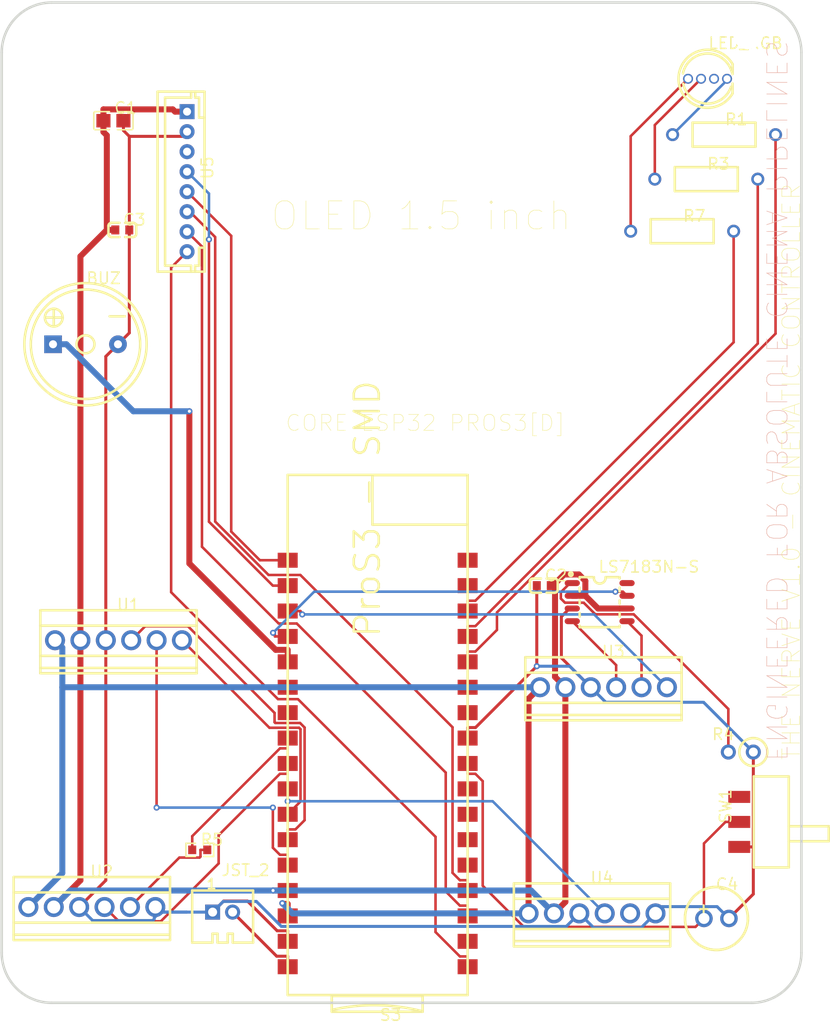
<source format=kicad_pcb>
(kicad_pcb (version 20171130) (host pcbnew "(5.1.5)-3") (page "A4") (layers (0 "F.Cu" signal) (31 "B.Cu" signal) (32 "B.Adhes" user) (33 "F.Adhes" user) (34 "B.Paste" user) (35 "F.Paste" user) (36 "B.SilkS" user) (37 "F.SilkS" user) (38 "B.Mask" user) (39 "F.Mask" user) (40 "Dwgs.User" user) (41 "Cmts.User" user) (42 "Eco1.User" user) (43 "Eco2.User" user) (44 "Edge.Cuts" user) (45 "Margin" user) (46 "B.CrtYd" user) (47 "F.CrtYd" user) (48 "B.Fab" user hide) (49 "F.Fab" user hide)) (net 0 "") (net 1 "3V3") (net 2 "BUZZER") (net 3 "DOWN") (net 4 "ENC_A") (net 5 "ENC_B") (net 6 "ENC_SW") (net 7 "GND") (net 8 "GND_L") (net 9 "IO21") (net 10 "IO4") (net 11 "IO5") (net 12 "JOY_SW") (net 13 "JOY_X") (net 14 "JOY_Y") (net 15 "LED_BLUE") (net 16 "LED_GREEN") (net 17 "LED_RED") (net 18 "LED_RGB_1") (net 19 "LED_RGB_2") (net 20 "LED_RGB_3") (net 21 "LED_RGB_4") (net 22 "LS7183N-S_1") (net 23 "OLED_CS") (net 24 "OLED_DC") (net 25 "OLED_MOSI") (net 26 "OLED_RES") (net 27 "OLED_SCK") (net 28 "RST") (net 29 "S3_10") (net 30 "S3_11") (net 31 "S3_12") (net 32 "S3_18") (net 33 "S3_19") (net 34 "S3_23") (net 35 "S3_24") (net 36 "S3_27") (net 37 "S3_30") (net 38 "S3_33") (net 39 "S3_5V") (net 40 "SCL") (net 41 "SDA") (net 42 "U2_4") (net 43 "UP") (net 44 "VBAT") (net 45 "ANT_KEEP") (zone (net 45) (net_name "") (hatch edge 0.508) (layer "B.Cu") (keepout (tracks allowed) (vias allowed) (copperpour not_allowed)) (polygon (pts (xy 27.813 109.855) (xy 56.515 109.855) (xy 58.293 111.633) (xy 58.293 117.983) (xy 56.261 120.015) (xy 29.591 120.015) (xy 27.813 118.237)))) (segment (start 10.287 156.083) (end 11.938 154.432) (width 0.6) (layer "B.Cu") (net 1)) (segment (start 11.938 154.432) (end 32.223 154.432) (width 0.6) (layer "B.Cu") (net 1)) (segment (start 32.223 154.432) (end 58.039 154.432) (width 0.6) (layer "B.Cu") (net 1)) (segment (start 58.039 154.432) (end 60.325 156.718) (width 0.6) (layer "B.Cu") (net 1)) (segment (start 77.642 73.279) (end 77.642 73.418) (width 0.254) (layer "B.Cu") (net 18)) (segment (start 77.642 73.418) (end 72.193 78.867) (width 0.254) (layer "B.Cu") (net 18)) (segment (start 20.574 146.142) (end 32.205 146.142) (width 0.254) (layer "B.Cu") (net 13)) (segment (start 23.622 82.566) (end 25.814 84.758) (width 0.254) (layer "B.Cu") (net 25)) (segment (start 25.814 84.758) (end 25.814 89.342) (width 0.254) (layer "B.Cu") (net 25)) (segment (start 77.831 157.226) (end 76.646 156.041) (width 0.3) (layer "B.Cu") (net 8)) (segment (start 76.646 156.041) (end 71.162 156.041) (width 0.3) (layer "B.Cu") (net 8)) (segment (start 71.162 156.041) (end 70.485 156.718) (width 0.3) (layer "B.Cu") (net 8)) (segment (start 23.567 156.591) (end 20.955 156.591) (width 0.3) (layer "B.Cu") (net 8)) (segment (start 20.955 156.591) (end 20.447 156.083) (width 0.3) (layer "B.Cu") (net 8)) (segment (start 23.567 156.591) (end 20.903 156.591) (width 0.3) (layer "B.Cu") (net 8)) (segment (start 20.903 156.591) (end 20.334 157.16) (width 0.3) (layer "B.Cu") (net 8)) (segment (start 20.334 157.16) (end 20.334 157.299) (width 0.3) (layer "B.Cu") (net 8)) (segment (start 20.334 157.299) (end 20.199 157.434) (width 0.3) (layer "B.Cu") (net 8)) (segment (start 20.199 157.434) (end 14.178 157.434) (width 0.3) (layer "B.Cu") (net 8)) (segment (start 14.178 157.434) (end 12.827 156.083) (width 0.3) (layer "B.Cu") (net 8)) (segment (start 80.271 140.589) (end 75.294 135.612) (width 0.3) (layer "B.Cu") (net 8)) (segment (start 75.294 135.612) (end 65.508 135.612) (width 0.3) (layer "B.Cu") (net 8)) (segment (start 65.508 135.612) (end 64.008 134.112) (width 0.3) (layer "B.Cu") (net 8)) (segment (start 58.609 132.009) (end 61.905 132.009) (width 0.3) (layer "B.Cu") (net 8)) (segment (start 61.905 132.009) (end 64.008 134.112) (width 0.3) (layer "B.Cu") (net 8)) (segment (start 70.485 156.718) (end 69.064 158.139) (width 0.3) (layer "B.Cu") (net 8)) (segment (start 69.064 158.139) (end 64.286 158.139) (width 0.3) (layer "B.Cu") (net 8)) (segment (start 64.286 158.139) (end 62.865 156.718) (width 0.3) (layer "B.Cu") (net 8)) (segment (start 26.178 156.591) (end 23.567 156.591) (width 0.3) (layer "B.Cu") (net 8)) (segment (start 26.178 156.591) (end 27.242 155.527) (width 0.3) (layer "B.Cu") (net 8)) (segment (start 27.242 155.527) (end 30.558 155.527) (width 0.3) (layer "B.Cu") (net 8)) (segment (start 30.558 155.527) (end 33.053 158.022) (width 0.3) (layer "B.Cu") (net 8)) (segment (start 33.053 158.022) (end 61.561 158.022) (width 0.3) (layer "B.Cu") (net 8)) (segment (start 61.561 158.022) (end 62.865 156.718) (width 0.3) (layer "B.Cu") (net 8)) (segment (start 57.785 156.718) (end 34.171 156.718) (width 0.6) (layer "B.Cu") (net 39)) (segment (start 34.171 156.718) (end 33.155 155.702) (width 0.6) (layer "B.Cu") (net 39)) (segment (start 58.928 134.112) (end 11.145 134.112) (width 0.6) (layer "B.Cu") (net 39)) (segment (start 10.414 129.413) (end 11.145 130.144) (width 0.6) (layer "B.Cu") (net 39)) (segment (start 11.145 130.144) (end 11.145 134.112) (width 0.6) (layer "B.Cu") (net 39)) (segment (start 11.145 134.112) (end 11.145 152.685) (width 0.6) (layer "B.Cu") (net 39)) (segment (start 11.145 152.685) (end 7.747 156.083) (width 0.6) (layer "B.Cu") (net 39)) (segment (start 23.852 106.521) (end 18.248 106.521) (width 0.6) (layer "B.Cu") (net 2)) (segment (start 18.248 106.521) (end 11.549 99.822) (width 0.6) (layer "B.Cu") (net 2)) (segment (start 10.212 99.822) (end 11.549 99.822) (width 0.6) (layer "B.Cu") (net 2)) (segment (start 71.628 134.112) (end 64.345 126.829) (width 0.254) (layer "B.Cu") (net 6)) (segment (start 64.345 126.829) (end 35.146 126.829) (width 0.254) (layer "B.Cu") (net 6)) (segment (start 65.405 156.718) (end 54.196 145.509) (width 0.254) (layer "B.Cu") (net 10)) (segment (start 54.196 145.509) (end 33.689 145.509) (width 0.254) (layer "B.Cu") (net 10)) (segment (start 66.473 124.556) (end 36.34 124.556) (width 0.254) (layer "B.Cu") (net 3)) (segment (start 36.34 124.556) (end 32.229 128.667) (width 0.254) (layer "B.Cu") (net 3)) (gr_text "ENGINEERED FOR ABSOLUTE CINEMA PIPELINES" (at 82.55 141.605 -90) (layer "B.SilkS") (effects (font (size 2.032 2.032) (thickness 0.057)) (justify left mirror))) (gr_line (start 85.08 70.659) (end 85.08 160.659) (width 0.254) (layer "Edge.Cuts")) (gr_line (start 5.08 160.659) (end 5.08 70.659) (width 0.254) (layer "Edge.Cuts")) (gr_line (start 80.08 165.659) (end 10.08 165.659) (width 0.254) (layer "Edge.Cuts")) (gr_line (start 10.08 65.659) (end 80.08 65.659) (width 0.254) (layer "Edge.Cuts")) (gr_arc (start 80.08 70.659) (end 80.08 65.659) (angle 90) (width 0.254) (layer "Edge.Cuts")) (gr_arc (start 80.08 160.659) (end 85.08 160.659) (angle 90) (width 0.254) (layer "Edge.Cuts")) (gr_arc (start 10.08 160.659) (end 10.08 165.659) (angle 90) (width 0.254) (layer "Edge.Cuts")) (gr_arc (start 10.08 70.659) (end 5.08 70.659) (angle 90) (width 0.254) (layer "Edge.Cuts")) (zone (net 45) (net_name "") (hatch edge 0.508) (layer "F.Cu") (keepout (tracks allowed) (vias allowed) (copperpour not_allowed)) (polygon (pts (xy 28.321 109.982) (xy 57.023 109.982) (xy 58.801 111.76) (xy 58.801 118.11) (xy 56.769 120.142) (xy 30.099 120.142) (xy 28.321 118.364)))) (segment (start 62.157 127.508) (end 66.548 131.899) (width 0.254) (layer "F.Cu") (net 4)) (segment (start 66.548 131.899) (end 66.548 134.112) (width 0.254) (layer "F.Cu") (net 4)) (segment (start 67.637 127.508) (end 69.088 128.959) (width 0.254) (layer "F.Cu") (net 5)) (segment (start 69.088 128.959) (end 69.088 134.112) (width 0.254) (layer "F.Cu") (net 5)) (segment (start 33.689 149.352) (end 33.689 148.323) (width 0.254) (layer "F.Cu") (net 14)) (segment (start 18.034 129.413) (end 19.432 128.015) (width 0.254) (layer "F.Cu") (net 14)) (segment (start 19.432 128.015) (end 23.713 128.015) (width 0.254) (layer "F.Cu") (net 14)) (segment (start 23.713 128.015) (end 32.376 136.678) (width 0.254) (layer "F.Cu") (net 14)) (segment (start 32.376 136.678) (end 32.376 137.609) (width 0.254) (layer "F.Cu") (net 14)) (segment (start 32.376 137.609) (end 32.45 137.683) (width 0.254) (layer "F.Cu") (net 14)) (segment (start 32.45 137.683) (end 34.928 137.683) (width 0.254) (layer "F.Cu") (net 14)) (segment (start 34.928 137.683) (end 35.381 138.136) (width 0.254) (layer "F.Cu") (net 14)) (segment (start 35.381 138.136) (end 35.381 147.402) (width 0.254) (layer "F.Cu") (net 14)) (segment (start 35.381 147.402) (end 34.461 148.323) (width 0.254) (layer "F.Cu") (net 14)) (segment (start 34.461 148.323) (end 33.689 148.323) (width 0.254) (layer "F.Cu") (net 14)) (segment (start 23.114 129.413) (end 31.862 138.161) (width 0.254) (layer "F.Cu") (net 12)) (segment (start 31.862 138.161) (end 34.829 138.161) (width 0.254) (layer "F.Cu") (net 12)) (segment (start 34.829 138.161) (end 34.97 138.301) (width 0.254) (layer "F.Cu") (net 12)) (segment (start 34.97 138.301) (end 34.97 145.531) (width 0.254) (layer "F.Cu") (net 12)) (segment (start 34.97 145.531) (end 33.689 146.812) (width 0.254) (layer "F.Cu") (net 12)) (segment (start 33.689 139.192) (end 33.689 140.221) (width 0.254) (layer "F.Cu") (net 29)) (segment (start 24.139 150.368) (end 24.139 149) (width 0.254) (layer "F.Cu") (net 29)) (segment (start 24.139 149) (end 32.917 140.221) (width 0.254) (layer "F.Cu") (net 29)) (segment (start 32.917 140.221) (end 33.689 140.221) (width 0.254) (layer "F.Cu") (net 29)) (segment (start 23.622 88.566) (end 25.113 90.057) (width 0.254) (layer "F.Cu") (net 24)) (segment (start 25.113 90.057) (end 25.113 120.063) (width 0.254) (layer "F.Cu") (net 24)) (segment (start 25.113 120.063) (end 32.789 127.739) (width 0.254) (layer "F.Cu") (net 24)) (segment (start 32.789 127.739) (end 34.598 127.739) (width 0.254) (layer "F.Cu") (net 24)) (segment (start 34.598 127.739) (end 49.499 142.64) (width 0.254) (layer "F.Cu") (net 24)) (segment (start 49.499 142.64) (end 49.499 154.524) (width 0.254) (layer "F.Cu") (net 24)) (segment (start 49.499 154.524) (end 50.917 155.943) (width 0.254) (layer "F.Cu") (net 24)) (segment (start 50.917 155.943) (end 51.689 155.943) (width 0.254) (layer "F.Cu") (net 24)) (segment (start 51.689 156.972) (end 51.689 155.943) (width 0.254) (layer "F.Cu") (net 24)) (segment (start 51.689 125.463) (end 52.461 125.463) (width 0.254) (layer "F.Cu") (net 15)) (segment (start 52.461 125.463) (end 78.302 99.622) (width 0.254) (layer "F.Cu") (net 15)) (segment (start 78.302 99.622) (end 78.302 88.519) (width 0.254) (layer "F.Cu") (net 15)) (segment (start 51.689 126.492) (end 51.689 125.463) (width 0.254) (layer "F.Cu") (net 15)) (segment (start 33.689 142.761) (end 32.917 142.761) (width 0.254) (layer "F.Cu") (net 11)) (segment (start 32.917 142.761) (end 26.782 148.897) (width 0.254) (layer "F.Cu") (net 11)) (segment (start 26.782 148.897) (end 26.782 151.728) (width 0.254) (layer "F.Cu") (net 11)) (segment (start 26.782 151.728) (end 20.998 157.512) (width 0.254) (layer "F.Cu") (net 11)) (segment (start 20.998 157.512) (end 16.796 157.512) (width 0.254) (layer "F.Cu") (net 11)) (segment (start 16.796 157.512) (end 15.367 156.083) (width 0.254) (layer "F.Cu") (net 11)) (segment (start 33.689 141.732) (end 33.689 142.761) (width 0.254) (layer "F.Cu") (net 11)) (segment (start 17.907 156.083) (end 22.851 151.139) (width 0.254) (layer "F.Cu") (net 9)) (segment (start 22.851 151.139) (end 24.875 151.139) (width 0.254) (layer "F.Cu") (net 9)) (segment (start 24.875 151.139) (end 24.963 151.05) (width 0.254) (layer "F.Cu") (net 9)) (segment (start 24.963 151.05) (end 24.963 150.368) (width 0.254) (layer "F.Cu") (net 9)) (segment (start 25.645 150.368) (end 24.963 150.368) (width 0.254) (layer "F.Cu") (net 9)) (segment (start 51.689 128.003) (end 52.461 128.003) (width 0.254) (layer "F.Cu") (net 16)) (segment (start 52.461 128.003) (end 80.715 99.749) (width 0.254) (layer "F.Cu") (net 16)) (segment (start 80.715 99.749) (end 80.715 83.312) (width 0.254) (layer "F.Cu") (net 16)) (segment (start 51.689 129.032) (end 51.689 128.003) (width 0.254) (layer "F.Cu") (net 16)) (segment (start 51.689 130.543) (end 52.461 130.543) (width 0.254) (layer "F.Cu") (net 17)) (segment (start 52.461 130.543) (end 54.623 128.381) (width 0.254) (layer "F.Cu") (net 17)) (segment (start 54.623 128.381) (end 54.623 126.63) (width 0.254) (layer "F.Cu") (net 17)) (segment (start 54.623 126.63) (end 82.493 98.76) (width 0.254) (layer "F.Cu") (net 17)) (segment (start 82.493 98.76) (end 82.493 78.867) (width 0.254) (layer "F.Cu") (net 17)) (segment (start 51.689 131.572) (end 51.689 130.543) (width 0.254) (layer "F.Cu") (net 17)) (segment (start 77.771 140.589) (end 77.771 136.284) (width 0.254) (layer "F.Cu") (net 22)) (segment (start 77.771 136.284) (end 68.306 126.819) (width 0.254) (layer "F.Cu") (net 22)) (segment (start 68.306 126.819) (end 64.462 126.819) (width 0.254) (layer "F.Cu") (net 22)) (segment (start 64.462 126.819) (end 63.3 125.657) (width 0.254) (layer "F.Cu") (net 22)) (segment (start 63.3 125.657) (end 61.428 125.657) (width 0.254) (layer "F.Cu") (net 22)) (segment (start 61.428 125.657) (end 61.016 125.245) (width 0.254) (layer "F.Cu") (net 22)) (segment (start 61.016 125.245) (end 61.016 124.613) (width 0.254) (layer "F.Cu") (net 22)) (segment (start 61.016 124.613) (end 61.931 123.698) (width 0.254) (layer "F.Cu") (net 22)) (segment (start 61.931 123.698) (end 62.157 123.698) (width 0.254) (layer "F.Cu") (net 22)) (segment (start 73.742 73.279) (end 68.002 79.019) (width 0.254) (layer "F.Cu") (net 21)) (segment (start 68.002 79.019) (end 68.002 88.519) (width 0.254) (layer "F.Cu") (net 21)) (segment (start 75.042 73.279) (end 70.415 77.906) (width 0.254) (layer "F.Cu") (net 20)) (segment (start 70.415 77.906) (end 70.415 83.312) (width 0.254) (layer "F.Cu") (net 20)) (segment (start 33.689 161) (end 32.587 161) (width 0.3) (layer "F.Cu") (net 44)) (segment (start 32.587 161) (end 28.178 156.591) (width 0.3) (layer "F.Cu") (net 44)) (segment (start 33.689 162.052) (end 33.689 161) (width 0.3) (layer "F.Cu") (net 44)) (segment (start 23.622 84.566) (end 28.039 88.983) (width 0.254) (layer "F.Cu") (net 27)) (segment (start 28.039 88.983) (end 28.039 118.547) (width 0.254) (layer "F.Cu") (net 27)) (segment (start 28.039 118.547) (end 30.904 121.412) (width 0.254) (layer "F.Cu") (net 27)) (segment (start 30.904 121.412) (end 33.689 121.412) (width 0.254) (layer "F.Cu") (net 27)) (segment (start 23.622 90.566) (end 22.029 92.159) (width 0.254) (layer "F.Cu") (net 26)) (segment (start 22.029 92.159) (end 22.029 124.611) (width 0.254) (layer "F.Cu") (net 26)) (segment (start 22.029 124.611) (end 32.72 135.302) (width 0.254) (layer "F.Cu") (net 26)) (segment (start 32.72 135.302) (end 34.716 135.302) (width 0.254) (layer "F.Cu") (net 26)) (segment (start 34.716 135.302) (end 48.478 149.064) (width 0.254) (layer "F.Cu") (net 26)) (segment (start 48.478 149.064) (end 48.478 158.584) (width 0.254) (layer "F.Cu") (net 26)) (segment (start 48.478 158.584) (end 50.917 161.023) (width 0.254) (layer "F.Cu") (net 26)) (segment (start 50.917 161.023) (end 51.689 161.023) (width 0.254) (layer "F.Cu") (net 26)) (segment (start 51.689 162.052) (end 51.689 161.023) (width 0.254) (layer "F.Cu") (net 26)) (segment (start 78.867 147.574) (end 77.488 147.574) (width 0.254) (layer "F.Cu") (net 28)) (segment (start 51.689 141.732) (end 51.689 142.761) (width 0.254) (layer "F.Cu") (net 28)) (segment (start 77.488 147.574) (end 75.331 149.731) (width 0.254) (layer "F.Cu") (net 28)) (segment (start 75.331 149.731) (end 75.331 157.226) (width 0.254) (layer "F.Cu") (net 28)) (segment (start 75.331 157.226) (end 74.489 158.068) (width 0.254) (layer "F.Cu") (net 28)) (segment (start 74.489 158.068) (end 57.311 158.068) (width 0.254) (layer "F.Cu") (net 28)) (segment (start 57.311 158.068) (end 53.198 153.955) (width 0.254) (layer "F.Cu") (net 28)) (segment (start 53.198 153.955) (end 53.198 143.498) (width 0.254) (layer "F.Cu") (net 28)) (segment (start 53.198 143.498) (end 52.461 142.761) (width 0.254) (layer "F.Cu") (net 28)) (segment (start 52.461 142.761) (end 51.689 142.761) (width 0.254) (layer "F.Cu") (net 28)) (segment (start 51.689 154.432) (end 51.689 153.403) (width 0.254) (layer "F.Cu") (net 23)) (segment (start 51.689 153.403) (end 50.917 153.403) (width 0.254) (layer "F.Cu") (net 23)) (segment (start 50.917 153.403) (end 50.18 152.666) (width 0.254) (layer "F.Cu") (net 23)) (segment (start 50.18 152.666) (end 50.18 138.109) (width 0.254) (layer "F.Cu") (net 23)) (segment (start 50.18 138.109) (end 34.957 122.886) (width 0.254) (layer "F.Cu") (net 23)) (segment (start 34.957 122.886) (end 31.775 122.886) (width 0.254) (layer "F.Cu") (net 23)) (segment (start 31.775 122.886) (end 26.435 117.547) (width 0.254) (layer "F.Cu") (net 23)) (segment (start 26.435 117.547) (end 26.435 89.104) (width 0.254) (layer "F.Cu") (net 23)) (segment (start 26.435 89.104) (end 23.898 86.566) (width 0.254) (layer "F.Cu") (net 23)) (segment (start 23.898 86.566) (end 23.622 86.566) (width 0.254) (layer "F.Cu") (net 23)) (segment (start 15.593 88.392) (end 15.593 78.934) (width 0.6) (layer "F.Cu") (net 1)) (segment (start 15.593 78.934) (end 15.256 78.597) (width 0.6) (layer "F.Cu") (net 1)) (segment (start 16.445 88.392) (end 15.593 88.392) (width 0.6) (layer "F.Cu") (net 1)) (segment (start 15.256 77.47) (end 15.256 78.597) (width 0.6) (layer "F.Cu") (net 1)) (segment (start 22.42 76.566) (end 22.195 76.341) (width 0.6) (layer "F.Cu") (net 1)) (segment (start 22.195 76.341) (end 15.258 76.341) (width 0.6) (layer "F.Cu") (net 1)) (segment (start 15.258 76.341) (end 15.256 76.343) (width 0.6) (layer "F.Cu") (net 1)) (segment (start 23.622 76.566) (end 22.42 76.566) (width 0.6) (layer "F.Cu") (net 1)) (segment (start 15.256 77.47) (end 15.256 76.343) (width 0.6) (layer "F.Cu") (net 1)) (segment (start 60.325 156.718) (end 61.468 155.575) (width 0.6) (layer "F.Cu") (net 1)) (segment (start 61.468 155.575) (end 61.468 134.112) (width 0.6) (layer "F.Cu") (net 1)) (segment (start 60.009 123.952) (end 60.222 123.952) (width 0.6) (layer "F.Cu") (net 1)) (segment (start 60.222 123.952) (end 60.435 123.952) (width 0.6) (layer "F.Cu") (net 1)) (segment (start 60.222 123.952) (end 61.338 122.836) (width 0.6) (layer "F.Cu") (net 1)) (segment (start 61.338 122.836) (end 62.822 122.836) (width 0.6) (layer "F.Cu") (net 1)) (segment (start 62.822 122.836) (end 63.467 123.482) (width 0.6) (layer "F.Cu") (net 1)) (segment (start 63.467 123.482) (end 63.467 124.968) (width 0.6) (layer "F.Cu") (net 1)) (segment (start 67.637 126.238) (end 64.737 126.238) (width 0.6) (layer "F.Cu") (net 1)) (segment (start 64.737 126.238) (end 63.467 124.968) (width 0.6) (layer "F.Cu") (net 1)) (segment (start 63.467 124.968) (end 62.157 124.968) (width 0.6) (layer "F.Cu") (net 1)) (segment (start 10.287 156.083) (end 12.954 153.416) (width 0.6) (layer "F.Cu") (net 1)) (segment (start 12.954 153.416) (end 12.954 129.413) (width 0.6) (layer "F.Cu") (net 1)) (segment (start 12.954 129.413) (end 12.954 91.031) (width 0.6) (layer "F.Cu") (net 1)) (segment (start 12.954 91.031) (end 15.593 88.392) (width 0.6) (layer "F.Cu") (net 1)) (segment (start 32.223 154.432) (end 33.689 154.432) (width 0.6) (layer "F.Cu") (net 1)) (segment (start 61.468 134.112) (end 60.435 133.079) (width 0.6) (layer "F.Cu") (net 1)) (segment (start 60.435 133.079) (end 60.435 123.952) (width 0.6) (layer "F.Cu") (net 1)) (segment (start 20.574 146.142) (end 20.574 129.413) (width 0.254) (layer "F.Cu") (net 13)) (segment (start 33.689 150.863) (end 32.917 150.863) (width 0.254) (layer "F.Cu") (net 13)) (segment (start 32.917 150.863) (end 32.205 150.151) (width 0.254) (layer "F.Cu") (net 13)) (segment (start 32.205 150.151) (end 32.205 146.142) (width 0.254) (layer "F.Cu") (net 13)) (segment (start 33.689 151.892) (end 33.689 150.863) (width 0.254) (layer "F.Cu") (net 13)) (segment (start 33.689 123.952) (end 32.203 123.952) (width 0.254) (layer "F.Cu") (net 25)) (segment (start 32.203 123.952) (end 25.814 117.562) (width 0.254) (layer "F.Cu") (net 25)) (segment (start 25.814 117.562) (end 25.814 89.342) (width 0.254) (layer "F.Cu") (net 25)) (segment (start 80.269 150.074) (end 80.269 154.788) (width 0.3) (layer "F.Cu") (net 8)) (segment (start 80.269 154.788) (end 77.831 157.226) (width 0.3) (layer "F.Cu") (net 8)) (segment (start 78.867 150.074) (end 80.269 150.074) (width 0.3) (layer "F.Cu") (net 8)) (segment (start 51.689 139.192) (end 51.689 138.14) (width 0.3) (layer "F.Cu") (net 8)) (segment (start 80.271 140.589) (end 80.271 150.072) (width 0.3) (layer "F.Cu") (net 8)) (segment (start 80.271 150.072) (end 80.269 150.074) (width 0.3) (layer "F.Cu") (net 8)) (segment (start 17.256 77.47) (end 17.256 78.447) (width 0.3) (layer "F.Cu") (net 8)) (segment (start 23.622 78.566) (end 23.152 79.036) (width 0.3) (layer "F.Cu") (net 8)) (segment (start 23.152 79.036) (end 17.845 79.036) (width 0.3) (layer "F.Cu") (net 8)) (segment (start 17.845 88.392) (end 17.845 79.036) (width 0.3) (layer "F.Cu") (net 8)) (segment (start 17.845 79.036) (end 17.256 78.447) (width 0.3) (layer "F.Cu") (net 8)) (segment (start 62.157 126.238) (end 61.884 126.238) (width 0.3) (layer "F.Cu") (net 8)) (segment (start 61.884 126.238) (end 61.067 127.055) (width 0.3) (layer "F.Cu") (net 8)) (segment (start 61.067 127.055) (end 61.067 131.171) (width 0.3) (layer "F.Cu") (net 8)) (segment (start 61.067 131.171) (end 64.008 134.112) (width 0.3) (layer "F.Cu") (net 8)) (segment (start 26.178 156.591) (end 27.287 155.482) (width 0.3) (layer "F.Cu") (net 8)) (segment (start 27.287 155.482) (end 29.659 155.482) (width 0.3) (layer "F.Cu") (net 8)) (segment (start 29.659 155.482) (end 32.637 158.46) (width 0.3) (layer "F.Cu") (net 8)) (segment (start 32.637 158.46) (end 33.689 158.46) (width 0.3) (layer "F.Cu") (net 8)) (segment (start 33.689 159.512) (end 33.689 158.46) (width 0.3) (layer "F.Cu") (net 8)) (segment (start 15.494 129.413) (end 15.494 153.416) (width 0.3) (layer "F.Cu") (net 8)) (segment (start 15.494 153.416) (end 12.827 156.083) (width 0.3) (layer "F.Cu") (net 8)) (segment (start 17.845 88.392) (end 17.845 98.689) (width 0.3) (layer "F.Cu") (net 8)) (segment (start 17.845 98.689) (end 16.712 99.822) (width 0.3) (layer "F.Cu") (net 8)) (segment (start 16.712 99.822) (end 15.494 101.04) (width 0.3) (layer "F.Cu") (net 8)) (segment (start 15.494 101.04) (end 15.494 129.413) (width 0.3) (layer "F.Cu") (net 8)) (segment (start 51.689 138.14) (end 52.478 138.14) (width 0.3) (layer "F.Cu") (net 8)) (segment (start 52.478 138.14) (end 58.609 132.009) (width 0.3) (layer "F.Cu") (net 8)) (segment (start 58.609 132.009) (end 58.609 123.952) (width 0.3) (layer "F.Cu") (net 8)) (segment (start 57.785 156.718) (end 57.785 135.255) (width 0.6) (layer "F.Cu") (net 39)) (segment (start 57.785 135.255) (end 58.928 134.112) (width 0.6) (layer "F.Cu") (net 39)) (segment (start 33.155 155.702) (end 33.222 155.77) (width 0.6) (layer "F.Cu") (net 39)) (segment (start 33.222 155.77) (end 33.689 155.77) (width 0.6) (layer "F.Cu") (net 39)) (segment (start 33.689 156.972) (end 33.689 155.77) (width 0.6) (layer "F.Cu") (net 39)) (segment (start 33.689 130.37) (end 32.487 130.37) (width 0.6) (layer "F.Cu") (net 2)) (segment (start 32.487 130.37) (end 23.852 121.735) (width 0.6) (layer "F.Cu") (net 2)) (segment (start 23.852 121.735) (end 23.852 106.521) (width 0.6) (layer "F.Cu") (net 2)) (segment (start 33.689 131.572) (end 33.689 130.37) (width 0.6) (layer "F.Cu") (net 2)) (segment (start 34.968 126.492) (end 34.968 126.651) (width 0.254) (layer "F.Cu") (net 6)) (segment (start 34.968 126.651) (end 35.146 126.829) (width 0.254) (layer "F.Cu") (net 6)) (segment (start 33.689 126.492) (end 34.968 126.492) (width 0.254) (layer "F.Cu") (net 6)) (segment (start 33.689 144.272) (end 33.689 145.301) (width 0.254) (layer "F.Cu") (net 10)) (segment (start 33.689 145.301) (end 33.689 145.509) (width 0.254) (layer "F.Cu") (net 10)) (segment (start 66.473 124.556) (end 67.225 124.556) (width 0.254) (layer "F.Cu") (net 3)) (segment (start 67.225 124.556) (end 67.637 124.968) (width 0.254) (layer "F.Cu") (net 3)) (segment (start 32.41 129.032) (end 32.41 128.848) (width 0.254) (layer "F.Cu") (net 3)) (segment (start 32.41 128.848) (end 32.229 128.667) (width 0.254) (layer "F.Cu") (net 3)) (segment (start 33.689 129.032) (end 32.41 129.032) (width 0.254) (layer "F.Cu") (net 3)) (zone (net 7) (net_name "GND") (layer "F.Cu") (hatch edge 0.508) (connect_pads (clearance 0.254)) (polygon (pts (xy 8.763 65.405) (xy 82.169 65.405) (xy 82.931 66.167) (xy 82.931 66.421) (xy 84.709 68.199) (xy 84.709 161.417) (xy 84.328 162.56) (xy 83.693 163.703) (xy 81.534 165.481) (xy 77.724 165.608) (xy 16.129 165.608) (xy 9.017 165.481) (xy 8.509 165.481) (xy 6.858 164.338) (xy 5.207 162.179) (xy 5.207 69.469) (xy 5.207 68.707) (xy 7.747 66.167)))) (gr_text "THE NERVE V1.0 - CINEMATIC CONTROLLER" (at 84.074 141.478 90) (layer "F.SilkS") (effects (font (size 1.76 1.76) (thickness 0.057)) (justify left))) (gr_text "CORE ESP32 PROS3[D]" (at 33.401 107.696 0) (layer "F.SilkS") (effects (font (size 1.6 1.6) (thickness 0.057)) (justify left))) (gr_text "OLED 1.5 inch" (at 31.877 86.995 0) (layer "F.SilkS") (effects (font (size 2.8 2.8) (thickness 0.057)) (justify left))) (module "easyeda:C0805" (layer "F.Cu") (at 16.256 77.47) (attr smd) (fp_text value "C0805" (at 0 -3.048 0) (layer "F.Fab") hide (effects (font (size 1.143 1.143) (thickness 0.152)) (justify left))) (fp_text reference "C1" (at 0 -1.27 0) (layer "F.SilkS") (effects (font (size 1.143 1.143) (thickness 0.152)) (justify left))) (fp_line (start 1.811 -0.904) (end 0.401 -0.904) (width 0.152) (layer "F.SilkS")) (fp_line (start 0.401 0.904) (end 1.811 0.904) (width 0.152) (layer "F.SilkS")) (fp_line (start 1.964 0.751) (end 1.964 -0.751) (width 0.152) (layer "F.SilkS")) (fp_line (start -1.811 -0.904) (end -0.401 -0.904) (width 0.152) (layer "F.SilkS")) (fp_line (start -0.401 0.904) (end -1.811 0.904) (width 0.152) (layer "F.SilkS")) (fp_line (start -1.964 0.751) (end -1.964 -0.751) (width 0.152) (layer "F.SilkS")) (fp_arc (start 1.811 0.751) (end 1.964 0.751) (angle 90) (width 0.152) (layer "F.SilkS")) (fp_arc (start 1.811 -0.751) (end 1.811 -0.904) (angle 90) (width 0.152) (layer "F.SilkS")) (fp_arc (start -1.811 0.751) (end -1.811 0.904) (angle 90) (width 0.152) (layer "F.SilkS")) (fp_arc (start -1.811 -0.751) (end -1.964 -0.751) (angle 90) (width 0.152) (layer "F.SilkS")) (fp_poly (pts (xy -1.705 0.64) (xy -1.705 -0.64) (xy -1.655 -0.69) (xy -0.505 -0.69) (xy -0.455 -0.64) (xy -0.45 -0.23) (xy -0.9 -0.23) (xy -0.9 0.22) (xy -0.46 0.22) (xy -0.455 0.64) (xy -0.505 0.69) (xy -1.655 0.69)) (layer "F.Paste") (width 0)) (fp_poly (pts (xy 1.705 -0.64) (xy 1.705 0.64) (xy 1.655 0.69) (xy 0.505 0.69) (xy 0.455 0.64) (xy 0.45 0.23) (xy 0.9 0.23) (xy 0.9 -0.22) (xy 0.46 -0.22) (xy 0.455 -0.64) (xy 0.505 -0.69) (xy 1.655 -0.69)) (layer "F.Paste") (width 0)) (pad 2 smd rect (at 1 0 0) (size 1.41 1.35) (layers "F.Cu" "F.Paste" "F.Mask") (net 8 "GND_L")) (pad 1 smd rect (at -1 0 0) (size 1.41 1.35) (layers "F.Cu" "F.Paste" "F.Mask") (net 1 "3V3")) (fp_text user gge17634 (at 0 0) (layer "Cmts.User") (effects (font (size 1 1) (thickness 0.15))))) (module "easyeda:RES-TH_BD2.4-L6.3-P10.30-D0.6" (layer "F.Cu") (at 77.343 78.867) (fp_text value "220Ω" (at -0.009 -4.709 0) (layer "F.Fab") hide (effects (font (size 0.914 0.914) (thickness 0.046)) (justify left))) (fp_text reference "R1" (at 0 -1.524 0) (layer "F.SilkS") (effects (font (size 1.143 1.143) (thickness 0.152)) (justify left))) (fp_line (start -3.15 -1.2) (end 3.15 -1.2) (width 0.254) (layer "F.SilkS")) (fp_line (start 3.15 -1.2) (end 3.15 1.2) (width 0.254) (layer "F.SilkS")) (fp_line (start 3.15 1.2) (end -3.15 1.2) (width 0.254) (layer "F.SilkS")) (fp_line (start -3.15 1.2) (end -3.15 -1.2) (width 0.254) (layer "F.SilkS")) (pad 1 thru_hole circle (at -5.15 0 0) (size 1.3 1.3) (layers "*.Cu" "*.Paste" "*.Mask") (drill 0.8) (net 18 "LED_RGB_1")) (pad 2 thru_hole circle (at 5.15 0 0) (size 1.3 1.3) (layers "*.Cu" "*.Paste" "*.Mask") (drill 0.8) (net 17 "LED_RED")) (fp_text user ggebd3d0494bf96afe6 (at 0 0) (layer "Cmts.User") (effects (font (size 1 1) (thickness 0.15))))) (module "easyeda:RES-TH_BD2.4-L6.3-P10.30-D0.6" (layer "F.Cu") (at 75.565 83.312) (fp_text value "220Ω" (at -0.009 -4.709 0) (layer "F.Fab") hide (effects (font (size 0.914 0.914) (thickness 0.046)) (justify left))) (fp_text reference "R3" (at 0 -1.524 0) (layer "F.SilkS") (effects (font (size 1.143 1.143) (thickness 0.152)) (justify left))) (fp_line (start -3.15 -1.2) (end 3.15 -1.2) (width 0.254) (layer "F.SilkS")) (fp_line (start 3.15 -1.2) (end 3.15 1.2) (width 0.254) (layer "F.SilkS")) (fp_line (start 3.15 1.2) (end -3.15 1.2) (width 0.254) (layer "F.SilkS")) (fp_line (start -3.15 1.2) (end -3.15 -1.2) (width 0.254) (layer "F.SilkS")) (pad 1 thru_hole circle (at -5.15 0 0) (size 1.3 1.3) (layers "*.Cu" "*.Paste" "*.Mask") (drill 0.8) (net 20 "LED_RGB_3")) (pad 2 thru_hole circle (at 5.15 0 0) (size 1.3 1.3) (layers "*.Cu" "*.Paste" "*.Mask") (drill 0.8) (net 16 "LED_GREEN")) (fp_text user gge0b4cb08679bf0196 (at 0 0) (layer "Cmts.User") (effects (font (size 1 1) (thickness 0.15))))) (module "easyeda:RES-TH_BD2.4-L6.3-P10.30-D0.6" (layer "F.Cu") (at 73.152 88.519) (fp_text value "220Ω" (at -0.009 -4.709 0) (layer "F.Fab") hide (effects (font (size 0.914 0.914) (thickness 0.046)) (justify left))) (fp_text reference "R7" (at 0 -1.524 0) (layer "F.SilkS") (effects (font (size 1.143 1.143) (thickness 0.152)) (justify left))) (fp_line (start -3.15 -1.2) (end 3.15 -1.2) (width 0.254) (layer "F.SilkS")) (fp_line (start 3.15 -1.2) (end 3.15 1.2) (width 0.254) (layer "F.SilkS")) (fp_line (start 3.15 1.2) (end -3.15 1.2) (width 0.254) (layer "F.SilkS")) (fp_line (start -3.15 1.2) (end -3.15 -1.2) (width 0.254) (layer "F.SilkS")) (pad 1 thru_hole circle (at -5.15 0 0) (size 1.3 1.3) (layers "*.Cu" "*.Paste" "*.Mask") (drill 0.8) (net 21 "LED_RGB_4")) (pad 2 thru_hole circle (at 5.15 0 0) (size 1.3 1.3) (layers "*.Cu" "*.Paste" "*.Mask") (drill 0.8) (net 15 "LED_BLUE")) (fp_text user gge7b6b1bbbd9f8bf5a (at 0 0) (layer "Cmts.User") (effects (font (size 1 1) (thickness 0.15))))) (module "easyeda:R0603" (layer "F.Cu") (at 24.892 150.368) (attr smd) (fp_text value "R0603" (at 0 -2.794 0) (layer "F.Fab") hide (effects (font (size 1.143 1.143) (thickness 0.152)) (justify left))) (fp_text reference "R5" (at 0 -1.016 0) (layer "F.SilkS") (effects (font (size 1.143 1.143) (thickness 0.152)) (justify left))) (fp_poly (pts (xy 1.195 -0.45) (xy 0.395 -0.45) (xy 0.345 -0.4) (xy 0.345 -0.172) (xy 0.715 -0.172) (xy 0.715 0.158) (xy 0.345 0.158) (xy 0.345 0.4) (xy 0.395 0.45) (xy 1.195 0.45) (xy 1.245 0.4) (xy 1.245 -0.4)) (layer "F.Paste") (width 0)) (fp_poly (pts (xy -1.195 0.45) (xy -0.395 0.45) (xy -0.345 0.4) (xy -0.345 0.172) (xy -0.715 0.172) (xy -0.715 -0.158) (xy -0.345 -0.158) (xy -0.345 -0.4) (xy -0.395 -0.45) (xy -1.195 -0.45) (xy -1.245 -0.4) (xy -1.245 0.4)) (layer "F.Paste") (width 0)) (fp_line (start 0.426 0.661) (end 1.385 0.661) (width 0.152) (layer "F.SilkS")) (fp_line (start 1.385 0.661) (end 1.385 -0.661) (width 0.152) (layer "F.SilkS")) (fp_line (start 1.385 -0.661) (end 0.426 -0.661) (width 0.152) (layer "F.SilkS")) (fp_line (start -0.426 0.661) (end -1.385 0.661) (width 0.152) (layer "F.SilkS")) (fp_line (start -1.385 0.661) (end -1.385 -0.661) (width 0.152) (layer "F.SilkS")) (fp_line (start -1.385 -0.661) (end -0.426 -0.661) (width 0.152) (layer "F.SilkS")) (pad 2 smd rect (at 0.753 0 0) (size 0.806 0.864) (layers "F.Cu" "F.Paste" "F.Mask") (net 9 "IO21")) (pad 1 smd rect (at -0.753 0 0) (size 0.806 0.864) (layers "F.Cu" "F.Paste" "F.Mask") (net 29 "S3_10")) (fp_text user gge12186 (at 0 0) (layer "Cmts.User") (effects (font (size 1 1) (thickness 0.15))))) (module "easyeda:CONN-TH_6P-P2.54_KF128-2.54-6P" (layer "F.Cu") (at 16.764 129.413) (fp_text value "CONN-TH_6P-P2.54_KF128-2.54-6P" (at -0.254 -5.334 0) (layer "F.Fab") hide (effects (font (size 1.143 1.143) (thickness 0.152)) (justify left))) (fp_text reference "U1" (at -0.254 -3.556 0) (layer "F.SilkS") (effects (font (size 1.143 1.143) (thickness 0.152)) (justify left))) (fp_line (start -7.82 -3) (end 7.82 -3) (width 0.254) (layer "F.SilkS")) (fp_line (start 7.82 -3) (end 7.82 3.3) (width 0.254) (layer "F.SilkS")) (fp_line (start -7.82 -3) (end -7.82 3.3) (width 0.254) (layer "F.SilkS")) (fp_line (start -7.82 3.3) (end 7.82 3.3) (width 0.254) (layer "F.SilkS")) (fp_line (start -7.82 -1.458) (end 7.82 -1.458) (width 0.254) (layer "F.SilkS")) (fp_line (start -7.82 1.562) (end 7.82 1.562) (width 0.254) (layer "F.SilkS")) (fp_line (start -7.82 2.77) (end 7.82 2.77) (width 0.254) (layer "F.SilkS")) (pad 1 thru_hole circle (at -6.35 0 0) (size 2 2) (layers "*.Cu" "*.Paste" "*.Mask") (drill 1.3) (net 39 "S3_5V")) (pad 2 thru_hole circle (at -3.81 0 0) (size 2 2) (layers "*.Cu" "*.Paste" "*.Mask") (drill 1.3) (net 1 "3V3")) (pad 3 thru_hole circle (at -1.27 0 0) (size 2 2) (layers "*.Cu" "*.Paste" "*.Mask") (drill 1.3) (net 8 "GND_L")) (pad 4 thru_hole circle (at 1.27 0 0) (size 2 2) (layers "*.Cu" "*.Paste" "*.Mask") (drill 1.3) (net 14 "JOY_Y")) (pad 5 thru_hole circle (at 3.81 0 0) (size 2 2) (layers "*.Cu" "*.Paste" "*.Mask") (drill 1.3) (net 13 "JOY_X")) (pad 6 thru_hole circle (at 6.35 0 0) (size 2 2) (layers "*.Cu" "*.Paste" "*.Mask") (drill 1.3) (net 12 "JOY_SW")) (fp_text user gge14838 (at 0 0) (layer "Cmts.User") (effects (font (size 1 1) (thickness 0.15))))) (module "easyeda:CONN-TH_6P-P2.54_KF128-2.54-6P" (layer "F.Cu") (at 14.097 156.083) (fp_text value "CONN-TH_6P-P2.54_KF128-2.54-6P" (at -0.254 -5.334 0) (layer "F.Fab") hide (effects (font (size 1.143 1.143) (thickness 0.152)) (justify left))) (fp_text reference "U2" (at -0.254 -3.556 0) (layer "F.SilkS") (effects (font (size 1.143 1.143) (thickness 0.152)) (justify left))) (fp_line (start -7.82 -3) (end 7.82 -3) (width 0.254) (layer "F.SilkS")) (fp_line (start 7.82 -3) (end 7.82 3.3) (width 0.254) (layer "F.SilkS")) (fp_line (start -7.82 -3) (end -7.82 3.3) (width 0.254) (layer "F.SilkS")) (fp_line (start -7.82 3.3) (end 7.82 3.3) (width 0.254) (layer "F.SilkS")) (fp_line (start -7.82 -1.458) (end 7.82 -1.458) (width 0.254) (layer "F.SilkS")) (fp_line (start -7.82 1.562) (end 7.82 1.562) (width 0.254) (layer "F.SilkS")) (fp_line (start -7.82 2.77) (end 7.82 2.77) (width 0.254) (layer "F.SilkS")) (pad 1 thru_hole circle (at -6.35 0 0) (size 2 2) (layers "*.Cu" "*.Paste" "*.Mask") (drill 1.3) (net 39 "S3_5V")) (pad 2 thru_hole circle (at -3.81 0 0) (size 2 2) (layers "*.Cu" "*.Paste" "*.Mask") (drill 1.3) (net 1 "3V3")) (pad 3 thru_hole circle (at -1.27 0 0) (size 2 2) (layers "*.Cu" "*.Paste" "*.Mask") (drill 1.3) (net 8 "GND_L")) (pad 4 thru_hole circle (at 1.27 0 0) (size 2 2) (layers "*.Cu" "*.Paste" "*.Mask") (drill 1.3) (net 11 "IO5")) (pad 5 thru_hole circle (at 3.81 0 0) (size 2 2) (layers "*.Cu" "*.Paste" "*.Mask") (drill 1.3) (net 9 "IO21")) (pad 6 thru_hole circle (at 6.35 0 0) (size 2 2) (layers "*.Cu" "*.Paste" "*.Mask") (drill 1.3) (net 8 "GND_L")) (fp_text user gge3e6207076f2879e4 (at 0 0) (layer "Cmts.User") (effects (font (size 1 1) (thickness 0.15))))) (module "easyeda:CONN-TH_6P-P2.54_KF128-2.54-6P" (layer "F.Cu") (at 65.278 134.112) (fp_text value "CONN-TH_6P-P2.54_KF128-2.54-6P" (at -0.254 -5.334 0) (layer "F.Fab") hide (effects (font (size 1.143 1.143) (thickness 0.152)) (justify left))) (fp_text reference "U3" (at -0.254 -3.556 0) (layer "F.SilkS") (effects (font (size 1.143 1.143) (thickness 0.152)) (justify left))) (fp_line (start -7.82 -3) (end 7.82 -3) (width 0.254) (layer "F.SilkS")) (fp_line (start 7.82 -3) (end 7.82 3.3) (width 0.254) (layer "F.SilkS")) (fp_line (start -7.82 -3) (end -7.82 3.3) (width 0.254) (layer "F.SilkS")) (fp_line (start -7.82 3.3) (end 7.82 3.3) (width 0.254) (layer "F.SilkS")) (fp_line (start -7.82 -1.458) (end 7.82 -1.458) (width 0.254) (layer "F.SilkS")) (fp_line (start -7.82 1.562) (end 7.82 1.562) (width 0.254) (layer "F.SilkS")) (fp_line (start -7.82 2.77) (end 7.82 2.77) (width 0.254) (layer "F.SilkS")) (pad 1 thru_hole circle (at -6.35 0 0) (size 2 2) (layers "*.Cu" "*.Paste" "*.Mask") (drill 1.3) (net 39 "S3_5V")) (pad 2 thru_hole circle (at -3.81 0 0) (size 2 2) (layers "*.Cu" "*.Paste" "*.Mask") (drill 1.3) (net 1 "3V3")) (pad 3 thru_hole circle (at -1.27 0 0) (size 2 2) (layers "*.Cu" "*.Paste" "*.Mask") (drill 1.3) (net 8 "GND_L")) (pad 4 thru_hole circle (at 1.27 0 0) (size 2 2) (layers "*.Cu" "*.Paste" "*.Mask") (drill 1.3) (net 4 "ENC_A")) (pad 5 thru_hole circle (at 3.81 0 0) (size 2 2) (layers "*.Cu" "*.Paste" "*.Mask") (drill 1.3) (net 5 "ENC_B")) (pad 6 thru_hole circle (at 6.35 0 0) (size 2 2) (layers "*.Cu" "*.Paste" "*.Mask") (drill 1.3) (net 6 "ENC_SW")) (fp_text user gge4dbc8e95d6b7e5fc (at 0 0) (layer "Cmts.User") (effects (font (size 1 1) (thickness 0.15))))) (module "easyeda:CONN-TH_6P-P2.54_KF128-2.54-6P" (layer "F.Cu") (at 64.135 156.718) (fp_text value "CONN-TH_6P-P2.54_KF128-2.54-6P" (at -0.254 -5.334 0) (layer "F.Fab") hide (effects (font (size 1.143 1.143) (thickness 0.152)) (justify left))) (fp_text reference "U4" (at -0.254 -3.556 0) (layer "F.SilkS") (effects (font (size 1.143 1.143) (thickness 0.152)) (justify left))) (fp_line (start -7.82 -3) (end 7.82 -3) (width 0.254) (layer "F.SilkS")) (fp_line (start 7.82 -3) (end 7.82 3.3) (width 0.254) (layer "F.SilkS")) (fp_line (start -7.82 -3) (end -7.82 3.3) (width 0.254) (layer "F.SilkS")) (fp_line (start -7.82 3.3) (end 7.82 3.3) (width 0.254) (layer "F.SilkS")) (fp_line (start -7.82 -1.458) (end 7.82 -1.458) (width 0.254) (layer "F.SilkS")) (fp_line (start -7.82 1.562) (end 7.82 1.562) (width 0.254) (layer "F.SilkS")) (fp_line (start -7.82 2.77) (end 7.82 2.77) (width 0.254) (layer "F.SilkS")) (pad 1 thru_hole circle (at -6.35 0 0) (size 2 2) (layers "*.Cu" "*.Paste" "*.Mask") (drill 1.3) (net 39 "S3_5V")) (pad 2 thru_hole circle (at -3.81 0 0) (size 2 2) (layers "*.Cu" "*.Paste" "*.Mask") (drill 1.3) (net 1 "3V3")) (pad 3 thru_hole circle (at -1.27 0 0) (size 2 2) (layers "*.Cu" "*.Paste" "*.Mask") (drill 1.3) (net 8 "GND_L")) (pad 4 thru_hole circle (at 1.27 0 0) (size 2 2) (layers "*.Cu" "*.Paste" "*.Mask") (drill 1.3) (net 10 "IO4")) (pad 5 thru_hole circle (at 3.81 0 0) (size 2 2) (layers "*.Cu" "*.Paste" "*.Mask") (drill 1.3) (net 42 "U2_4")) (pad 6 thru_hole circle (at 6.35 0 0) (size 2 2) (layers "*.Cu" "*.Paste" "*.Mask") (drill 1.3) (net 8 "GND_L")) (fp_text user gge9112171e4f76850b (at 0 0) (layer "Cmts.User") (effects (font (size 1 1) (thickness 0.15))))) (module "easyeda:HDR-TH_2P-P2.00-V-F-2" (layer "F.Cu") (at 27.178 156.591) (fp_text value "2.0-2P ZZDK" (at -0.192 -5.969 0) (layer "F.Fab") hide (effects (font (size 1.143 1.143) (thickness 0.152)) (justify left))) (fp_text reference "JST_2" (at -0.192 -4.191 0) (layer "F.SilkS") (effects (font (size 1.143 1.143) (thickness 0.152)) (justify left))) (fp_line (start -3.047 3.048) (end -3.047 -2.159) (width 0.254) (layer "F.SilkS")) (fp_line (start -3.047 -2.159) (end 3.049 -2.159) (width 0.254) (layer "F.SilkS")) (fp_line (start 3.049 -2.159) (end 3.049 3.048) (width 0.254) (layer "F.SilkS")) (fp_line (start 3.049 3.048) (end 1.017 3.048) (width 0.254) (layer "F.SilkS")) (fp_line (start 1.017 3.048) (end 1.017 2.159) (width 0.254) (layer "F.SilkS")) (fp_line (start 1.017 2.159) (end 0.509 2.159) (width 0.254) (layer "F.SilkS")) (fp_line (start 0.509 2.159) (end 0.509 3.048) (width 0.254) (layer "F.SilkS")) (fp_line (start 0.509 3.048) (end -0.507 3.048) (width 0.254) (layer "F.SilkS")) (fp_line (start -0.507 3.048) (end -0.507 2.159) (width 0.254) (layer "F.SilkS")) (fp_line (start -0.507 2.159) (end -1.015 2.159) (width 0.254) (layer "F.SilkS")) (fp_line (start -1.015 2.159) (end -1.015 3.048) (width 0.254) (layer "F.SilkS")) (fp_line (start -1.015 3.048) (end -3.047 3.048) (width 0.254) (layer "F.SilkS")) (fp_poly (pts (xy -0.508 2.159) (xy -0.508 3.048) (xy 0.508 3.048) (xy 0.508 2.159)) (layer "Cmts.User") (width 0)) (fp_text value "1" (at -1.716 -2.794 0) (layer "F.SilkS") (effects (font (size 1 1) (thickness 0.203)) (justify left))) (pad 2 thru_hole circle (at 1 0 0) (size 1.5 1.5) (layers "*.Cu" "*.Paste" "*.Mask") (drill 0.9) (net 44 "VBAT")) (pad 1 thru_hole rect (at -1 0 0) (size 1.5 1.5) (layers "*.Cu" "*.Paste" "*.Mask") (drill 0.9) (net 8 "GND_L")) (fp_text user gge3f28ff96dca3f3ed (at 0 0) (layer "Cmts.User") (effects (font (size 1 1) (thickness 0.15))))) (module "easyeda:CONN-TH_8P-P2.00_HCTL_PH-8A_C2908629" (layer "F.Cu") (at 23.622 83.566 -90) (fp_text value "CONN-TH_8P-P2.00_HCTL_PH-8A_C2908629" (at -0.142 -3.81 -90) (layer "F.Fab") hide (effects (font (size 1.143 1.143) (thickness 0.152)) (justify left))) (fp_text reference "U5" (at -0.142 -2.032 -90) (layer "F.SilkS") (effects (font (size 1.143 1.143) (thickness 0.152)) (justify left))) (fp_poly (pts (xy -8.8 2.6) (xy -8.8 -0.4) (xy -8.4 -0.4) (xy -8.4 2.6)) (layer "Cmts.User") (width 0)) (fp_poly (pts (xy -8.8 -0.8) (xy -8.8 -1.6) (xy -8.4 -1.6) (xy -8.4 -0.8)) (layer "Cmts.User") (width 0)) (fp_poly (pts (xy -8.4 -1.6) (xy -6.4 -1.6) (xy -6.4 -1.2) (xy -8.4 -1.2)) (layer "Cmts.User") (width 0)) (fp_poly (pts (xy 8.8 2.6) (xy 8.8 -0.4) (xy 8.4 -0.4) (xy 8.4 2.6)) (layer "Cmts.User") (width 0)) (fp_poly (pts (xy 8.8 -0.8) (xy 8.8 -1.6) (xy 8.4 -1.6) (xy 8.4 -0.8)) (layer "Cmts.User") (width 0)) (fp_poly (pts (xy 8.4 -1.6) (xy 6.6 -1.6) (xy 6.6 -1.2) (xy 8.4 -1.2)) (layer "Cmts.User") (width 0)) (fp_poly (pts (xy -8.4 2.6) (xy 8.4 2.6) (xy 8.4 2.2) (xy -8.4 2.2)) (layer "Cmts.User") (width 0)) (fp_line (start -9 -0.406) (end -8.4 -0.406) (width 0.254) (layer "F.SilkS")) (fp_line (start -8.4 -0.406) (end -8.4 2.2) (width 0.254) (layer "F.SilkS")) (fp_line (start -8.4 2.2) (end 8.4 2.2) (width 0.254) (layer "F.SilkS")) (fp_line (start 8.4 2.2) (end 8.4 -0.4) (width 0.254) (layer "F.SilkS")) (fp_line (start 8.4 -0.4) (end 9 -0.4) (width 0.254) (layer "F.SilkS")) (fp_line (start 6.604 -1.75) (end 6.604 -1.2) (width 0.254) (layer "F.SilkS")) (fp_line (start 6.604 -1.2) (end 8.4 -1.2) (width 0.254) (layer "F.SilkS")) (fp_line (start 8.4 -1.2) (end 8.4 -0.8) (width 0.254) (layer "F.SilkS")) (fp_line (start 8.4 -0.8) (end 9 -0.8) (width 0.254) (layer "F.SilkS")) (fp_line (start -9 -0.812) (end -8.4 -0.812) (width 0.254) (layer "F.SilkS")) (fp_line (start -8.4 -0.812) (end -8.4 -1.2) (width 0.254) (layer "F.SilkS")) (fp_line (start -8.4 -1.2) (end -6.4 -1.2) (width 0.254) (layer "F.SilkS")) (fp_line (start -6.4 -1.2) (end -6.4 -1.75) (width 0.254) (layer "F.SilkS")) (fp_line (start -9 -1.75) (end -9 2.95) (width 0.254) (layer "F.SilkS")) (fp_line (start -9 -1.75) (end 9 -1.75) (width 0.254) (layer "F.SilkS")) (fp_line (start 9 -1.75) (end 9 2.95) (width 0.254) (layer "F.SilkS")) (fp_line (start -9 2.95) (end 9 2.95) (width 0.254) (layer "F.SilkS")) (pad 8 thru_hole circle (at 7 0 90) (size 1.5 1.5) (layers "*.Cu" "*.Paste" "*.Mask") (drill 0.8) (net 26 "OLED_RES")) (pad 7 thru_hole circle (at 5 0 90) (size 1.5 1.5) (layers "*.Cu" "*.Paste" "*.Mask") (drill 0.8) (net 24 "OLED_DC")) (pad 6 thru_hole circle (at 3 0 90) (size 1.5 1.5) (layers "*.Cu" "*.Paste" "*.Mask") (drill 0.8) (net 23 "OLED_CS")) (pad 5 thru_hole circle (at 1 0 90) (size 1.5 1.5) (layers "*.Cu" "*.Paste" "*.Mask") (drill 0.8) (net 27 "OLED_SCK")) (pad 4 thru_hole circle (at -1 0 90) (size 1.5 1.5) (layers "*.Cu" "*.Paste" "*.Mask") (drill 0.8) (net 25 "OLED_MOSI")) (pad 3 thru_hole circle (at -3 0 90) (size 1.5 1.5) (layers "*.Cu" "*.Paste" "*.Mask") (drill 0.8)) (pad 2 thru_hole circle (at -5 0 90) (size 1.5 1.5) (layers "*.Cu" "*.Paste" "*.Mask") (drill 0.8) (net 8 "GND_L")) (pad 1 thru_hole rect (at -7 0 90) (size 1.5 1.5) (layers "*.Cu" "*.Paste" "*.Mask") (drill 0.8) (net 1 "3V3")) (fp_text user gge10160 (at 0 0) (layer "Cmts.User") (effects (font (size 1 1) (thickness 0.15))))) (module "easyeda:PASSIVE BUZZER" (layer "F.Cu") (at 13.462 99.822) (fp_text value "PASSIVE BUZZER" (at 0 -8.382 0) (layer "F.Fab") hide (effects (font (size 1.143 1.143) (thickness 0.152)) (justify left))) (fp_text reference "BUZ" (at 0 -6.604 0) (layer "F.SilkS") (effects (font (size 1.143 1.143) (thickness 0.152)) (justify left))) (fp_poly (pts (xy -4.001 -2.794) (xy -4.001 -2.54) (xy -2.35 -2.54) (xy -2.35 -2.794)) (layer "Cmts.User") (width 0)) (fp_poly (pts (xy -3.302 -1.842) (xy -3.048 -1.842) (xy -3.048 -3.493) (xy -3.302 -3.493)) (layer "Cmts.User") (width 0)) (fp_poly (pts (xy 2.344 -2.93) (xy 2.344 -2.676) (xy 3.995 -2.676) (xy 3.995 -2.93)) (layer "Cmts.User") (width 0)) (fp_line (start 2.413 -2.794) (end 3.937 -2.794) (width 0.254) (layer "F.SilkS")) (fp_line (start -3.175 -1.905) (end -3.175 -3.429) (width 0.254) (layer "F.SilkS")) (fp_line (start -4.064 -2.667) (end -2.286 -2.667) (width 0.254) (layer "F.SilkS")) (fp_circle (center 0 0) (end 6.117 0) (layer "F.SilkS") (width 0.254)) (fp_circle (center -3.175 -2.667) (end -2.286 -2.667) (layer "F.SilkS") (width 0.254)) (fp_circle (center 0 0) (end 0.898 0) (layer "F.SilkS") (width 0.254)) (fp_circle (center 0 0) (end 5.471 0) (layer "F.SilkS") (width 0.254)) (pad 1 thru_hole rect (at -3.25 0 0) (size 1.77 1.77) (layers "*.Cu" "*.Paste" "*.Mask") (drill 0.8) (net 2 "BUZZER")) (pad 2 thru_hole circle (at 3.25 0 0) (size 1.77 1.77) (layers "*.Cu" "*.Paste" "*.Mask") (drill 0.8) (net 8 "GND_L")) (fp_text user ggee958ebfd44936f09 (at 0 0) (layer "Cmts.User") (effects (font (size 1 1) (thickness 0.15))))) (module "easyeda:C0603" (layer "F.Cu") (at 59.309 123.952) (attr smd) (fp_text value "100nF" (at 0 -2.794 0) (layer "F.Fab") hide (effects (font (size 1.143 1.143) (thickness 0.152)) (justify left))) (fp_text reference "C2" (at 0 -1.016 0) (layer "F.SilkS") (effects (font (size 1.143 1.143) (thickness 0.152)) (justify left))) (fp_line (start -0.28 0.71) (end -1.08 0.71) (width 0.254) (layer "F.SilkS")) (fp_line (start 0.28 0.71) (end 1.08 0.71) (width 0.254) (layer "F.SilkS")) (fp_line (start -0.28 -0.71) (end -1.08 -0.71) (width 0.254) (layer "F.SilkS")) (fp_line (start 0.28 -0.71) (end 1.08 -0.71) (width 0.254) (layer "F.SilkS")) (fp_line (start -1.39 0.4) (end -1.39 -0.4) (width 0.254) (layer "F.SilkS")) (fp_line (start 1.39 -0.4) (end 1.39 0.4) (width 0.254) (layer "F.SilkS")) (fp_arc (start 1.08 -0.4) (end 1.08 -0.71) (angle 90.005) (width 0.254) (layer "F.SilkS")) (fp_arc (start 1.08 0.4) (end 1.39 0.4) (angle 90) (width 0.254) (layer "F.SilkS")) (fp_arc (start -1.08 0.4) (end -1.08 0.71) (angle 89.995) (width 0.254) (layer "F.SilkS")) (fp_arc (start -1.08 -0.4) (end -1.39 -0.4) (angle 90.005) (width 0.254) (layer "F.SilkS")) (pad 2 smd rect (at 0.7 0 0) (size 0.8 0.9) (layers "F.Cu" "F.Paste" "F.Mask") (net 1 "3V3")) (pad 1 smd rect (at -0.7 0 0) (size 0.8 0.9) (layers "F.Cu" "F.Paste" "F.Mask") (net 8 "GND_L")) (fp_text user gge91adce3157648326 (at 0 0) (layer "Cmts.User") (effects (font (size 1 1) (thickness 0.15))))) (module "easyeda:C0603" (layer "F.Cu") (at 17.145 88.392) (attr smd) (fp_text value "100nF" (at 0 -2.794 0) (layer "F.Fab") hide (effects (font (size 1.143 1.143) (thickness 0.152)) (justify left))) (fp_text reference "C3" (at 0 -1.016 0) (layer "F.SilkS") (effects (font (size 1.143 1.143) (thickness 0.152)) (justify left))) (fp_line (start -0.28 0.71) (end -1.08 0.71) (width 0.254) (layer "F.SilkS")) (fp_line (start 0.28 0.71) (end 1.08 0.71) (width 0.254) (layer "F.SilkS")) (fp_line (start -0.28 -0.71) (end -1.08 -0.71) (width 0.254) (layer "F.SilkS")) (fp_line (start 0.28 -0.71) (end 1.08 -0.71) (width 0.254) (layer "F.SilkS")) (fp_line (start -1.39 0.4) (end -1.39 -0.4) (width 0.254) (layer "F.SilkS")) (fp_line (start 1.39 -0.4) (end 1.39 0.4) (width 0.254) (layer "F.SilkS")) (fp_arc (start 1.08 -0.4) (end 1.08 -0.71) (angle 90.005) (width 0.254) (layer "F.SilkS")) (fp_arc (start 1.08 0.4) (end 1.39 0.4) (angle 90) (width 0.254) (layer "F.SilkS")) (fp_arc (start -1.08 0.4) (end -1.08 0.71) (angle 89.995) (width 0.254) (layer "F.SilkS")) (fp_arc (start -1.08 -0.4) (end -1.39 -0.4) (angle 90.005) (width 0.254) (layer "F.SilkS")) (pad 2 smd rect (at 0.7 0 0) (size 0.8 0.9) (layers "F.Cu" "F.Paste" "F.Mask") (net 8 "GND_L")) (pad 1 smd rect (at -0.7 0 0) (size 0.8 0.9) (layers "F.Cu" "F.Paste" "F.Mask") (net 1 "3V3")) (fp_text user gge678dd6f00fe101d2 (at 0 0) (layer "Cmts.User") (effects (font (size 1 1) (thickness 0.15))))) (module "easyeda:CAP-TH_BD6.3-P2.5-D0.6-FD-RYHG35V100UF" (layer "F.Cu") (at 76.581 157.226) (fp_text value "100uF" (at -0.155 -5.202 0) (layer "F.Fab") hide (effects (font (size 1.143 1.143) (thickness 0.152)) (justify left))) (fp_text reference "C4" (at -0.155 -3.424 0) (layer "F.SilkS") (effects (font (size 1.143 1.143) (thickness 0.152)) (justify left))) (fp_arc (start 0 0) (end 3.15 0) (angle 180) (width 0.254) (layer "F.SilkS")) (fp_arc (start 0 0) (end -3.15 0) (angle 180) (width 0.254) (layer "F.SilkS")) (fp_circle (center 0 0) (end 3.15 0) (layer "F.SilkS") (width 0.254)) (fp_text value "-" (at 1.016 -0.889 0) (layer "F.SilkS") (effects (font (size 1 1) (thickness 0.203)) (justify left))) (fp_text value "+" (at -2.032 -1.016 0) (layer "F.SilkS") (effects (font (size 1 1) (thickness 0.203)) (justify left))) (pad 2 thru_hole circle (at 1.25 0 0) (size 1.75 1.75) (layers "*.Cu" "*.Paste" "*.Mask") (drill 1.1) (net 8 "GND_L")) (pad 1 thru_hole circle (at -1.25 0 0) (size 1.75 1.75) (layers "*.Cu" "*.Paste" "*.Mask") (drill 1.1) (net 28 "RST")) (fp_text user ggeb31925e6cb124660 (at 0 0) (layer "Cmts.User") (effects (font (size 1 1) (thickness 0.15))))) (module "easyeda:LED-TH_4P-BD5.8-P1.30" (layer "F.Cu") (at 75.692 73.279) (fp_text value "LED-RGB 共阴 插件 直径5MM" (at 2.13 -6.995 0) (layer "F.Fab") hide (effects (font (size 0.914 0.914) (thickness 0.046)) (justify left))) (fp_text reference "LED_RGB" (at 0 -3.556 0) (layer "F.SilkS") (effects (font (size 1.143 1.143) (thickness 0.152)) (justify left))) (fp_line (start 2.504 0.476) (end 2.5 1.471) (width 0.254) (layer "F.SilkS")) (fp_line (start 2.511 -1.45) (end 2.507 -0.472) (width 0.254) (layer "F.SilkS")) (fp_arc (start 0 0) (end -2.464 -0.543) (angle 151.939) (width 0.254) (layer "F.SilkS")) (fp_arc (start 0 0) (end 2.347 0.811) (angle 149.077) (width 0.254) (layer "F.SilkS")) (fp_arc (start -0.003 0.001) (end 2.5 1.471) (angle 299.585) (width 0.254) (layer "F.SilkS")) (fp_circle (center 2.8 0) (end 2.95 0) (layer "Cmts.User") (width 0.3)) (fp_poly (pts (xy 2.5 -1.45) (xy 2.5 1.45) (xy 2.25 1.8) (xy 2.25 -1.85)) (layer "Cmts.User") (width 0)) (pad 1 thru_hole oval (at 1.95 0 0) (size 1 1) (layers "*.Cu" "*.Paste" "*.Mask") (drill 0.7) (net 18 "LED_RGB_1")) (pad 2 thru_hole oval (at 0.65 0 0) (size 1 1) (layers "*.Cu" "*.Paste" "*.Mask") (drill 0.7) (net 19 "LED_RGB_2")) (pad 3 thru_hole oval (at -0.65 0 0) (size 1 1) (layers "*.Cu" "*.Paste" "*.Mask") (drill 0.7) (net 20 "LED_RGB_3")) (pad 4 thru_hole oval (at -1.95 0 0) (size 1 1) (layers "*.Cu" "*.Paste" "*.Mask") (drill 0.7) (net 21 "LED_RGB_4")) (fp_text user ggebfdc6c8064bee256 (at 0 0) (layer "Cmts.User") (effects (font (size 1 1) (thickness 0.15))))) (module "easyeda:SOIC-8_L4.9-W3.9-P1.27-LS6.0-TL" (layer "F.Cu") (at 64.897 125.603) (attr smd) (fp_text value "LS7183N-S" (at -0.202 -5.31 0) (layer "F.Fab") hide (effects (font (size 1.143 1.143) (thickness 0.152)) (justify left))) (fp_text reference "LS7183N-S" (at -0.202 -3.532 0) (layer "F.SilkS") (effects (font (size 1.143 1.143) (thickness 0.152)) (justify left))) (fp_circle (center -3.04 -1.89) (end -2.79 -1.89) (layer "Cmts.User") (width 0.5)) (fp_line (start -2 -2.5) (end -2 -2.356) (width 0.254) (layer "F.SilkS")) (fp_line (start -2 -1.454) (end -2 -1.086) (width 0.254) (layer "F.SilkS")) (fp_line (start 2 -2.5) (end 2 -2.356) (width 0.254) (layer "F.SilkS")) (fp_line (start 2 -1.454) (end 2 -1.086) (width 0.254) (layer "F.SilkS")) (fp_line (start 2 -0.184) (end 2 0.184) (width 0.254) (layer "F.SilkS")) (fp_line (start 2 1.086) (end 2 1.454) (width 0.254) (layer "F.SilkS")) (fp_line (start -0.58 -2.5) (end -2 -2.5) (width 0.254) (layer "F.SilkS")) (fp_line (start -2 -0.184) (end -2 0.184) (width 0.254) (layer "F.SilkS")) (fp_line (start -2 1.086) (end -2 1.454) (width 0.254) (layer "F.SilkS")) (fp_line (start -2 2.356) (end -2 2.5) (width 0.254) (layer "F.SilkS")) (fp_line (start 2 -2.5) (end 0.6 -2.5) (width 0.254) (layer "F.SilkS")) (fp_line (start 2 2.5) (end -2 2.5) (width 0.254) (layer "F.SilkS")) (fp_line (start 2 2.356) (end 2 2.5) (width 0.254) (layer "F.SilkS")) (fp_arc (start 0.01 -2.445) (end 0.6 -2.49) (angle 188.661) (width 0.254) (layer "F.SilkS")) (fp_circle (center -2.88 -2.8) (end -2.73 -2.8) (layer "F.SilkS") (width 0.3)) (pad 5 smd oval (at 2.74 1.905 90) (size 0.6 1.52) (layers "F.Cu" "F.Paste" "F.Mask") (net 5 "ENC_B")) (pad 6 smd oval (at 2.74 0.635 90) (size 0.6 1.52) (layers "F.Cu" "F.Paste" "F.Mask") (net 1 "3V3")) (pad 7 smd oval (at 2.74 -0.635 90) (size 0.6 1.52) (layers "F.Cu" "F.Paste" "F.Mask") (net 3 "DOWN")) (pad 8 smd oval (at 2.74 -1.905 90) (size 0.6 1.52) (layers "F.Cu" "F.Paste" "F.Mask") (net 43 "UP")) (pad 4 smd oval (at -2.74 1.905 90) (size 0.6 1.52) (layers "F.Cu" "F.Paste" "F.Mask") (net 4 "ENC_A")) (pad 3 smd oval (at -2.74 0.635 90) (size 0.6 1.52) (layers "F.Cu" "F.Paste" "F.Mask") (net 8 "GND_L")) (pad 2 smd oval (at -2.74 -0.635 90) (size 0.6 1.52) (layers "F.Cu" "F.Paste" "F.Mask") (net 1 "3V3")) (pad 1 smd oval (at -2.74 -1.905 90) (size 0.6 1.52) (layers "F.Cu" "F.Paste" "F.Mask") (net 22 "LS7183N-S_1")) (fp_text user ggeb84d21c0d92fc73b (at 0 0) (layer "Cmts.User") (effects (font (size 1 1) (thickness 0.15))))) (module "easyeda:RESISTOR-VERTICAL 1/4W 2.5MM" (layer "F.Cu") (at 72.771 140.589) (fp_text value "2kΩ" (at 6.068 -4.963 0) (layer "F.Fab") hide (effects (font (size 0.914 0.914) (thickness 0.046)) (justify left))) (fp_text reference "R4" (at 3.274 -1.778 0) (layer "F.SilkS") (effects (font (size 1.143 1.143) (thickness 0.152)) (justify left))) (fp_circle (center 7.5 0) (end 8.9 0) (layer "F.SilkS") (width 0.254)) (pad 1 thru_hole circle (at 7.5 0 0) (size 1.5 1.5) (layers "*.Cu" "*.Paste" "*.Mask") (drill 0.9) (net 8 "GND_L")) (pad 2 thru_hole circle (at 5 0 0) (size 1.5 1.5) (layers "*.Cu" "*.Paste" "*.Mask") (drill 0.9) (net 22 "LS7183N-S_1")) (fp_text user gge69dba5e87193f1e5 (at 0 0) (layer "Cmts.User") (effects (font (size 1 1) (thickness 0.15))))) (module "easyeda:PROS3-SMD" (layer "F.Cu") (at 51.689 162.052 180) (attr smd) (fp_text value "ESP32 ProS3" (at 8.89 -6.604 180) (layer "F.Fab") hide (effects (font (size 1.143 1.143) (thickness 0.152)) (justify left))) (fp_text reference "S3" (at 8.89 -4.826 180) (layer "F.SilkS") (effects (font (size 1.143 1.143) (thickness 0.152)) (justify left))) (fp_line (start -2.3 -3.25) (end 20.1 -3.25) (width 0.254) (layer "Cmts.User")) (fp_line (start 20.1 -3.25) (end 20.1 49.75) (width 0.254) (layer "Cmts.User")) (fp_line (start 20.1 49.75) (end -2.3 49.75) (width 0.254) (layer "Cmts.User")) (fp_line (start -2.3 49.75) (end -2.3 -3.25) (width 0.254) (layer "Cmts.User")) (fp_line (start -1.778 42.545) (end 10.795 42.545) (width 0.254) (layer "Cmts.User")) (fp_line (start 10.795 42.545) (end 10.795 50.927) (width 0.254) (layer "Cmts.User")) (fp_line (start 10.795 50.927) (end -1.778 50.927) (width 0.254) (layer "Cmts.User")) (fp_line (start -1.778 50.927) (end -1.778 42.545) (width 0.254) (layer "Cmts.User")) (fp_line (start 0 -2.831) (end 18 -2.831) (width 0.254) (layer "F.SilkS")) (fp_line (start 18 -2.831) (end 18 49.169) (width 0.254) (layer "F.SilkS")) (fp_line (start 18 49.169) (end 0 49.169) (width 0.254) (layer "F.SilkS")) (fp_line (start 0 49.169) (end 0 -2.831) (width 0.254) (layer "F.SilkS")) (fp_line (start 4.5 -4.5) (end 13.589 -4.5) (width 0.254) (layer "F.SilkS")) (fp_line (start 13.589 -4.5) (end 13.589 -2.921) (width 0.254) (layer "F.SilkS")) (fp_line (start 13.589 -2.921) (end 4.5 -2.921) (width 0.254) (layer "F.SilkS")) (fp_line (start 4.5 -2.921) (end 4.5 -4.5) (width 0.254) (layer "F.SilkS")) (fp_arc (start 9.342 -22.976) (end 13.589 -4.318) (angle 27.259) (width 0.254) (layer "F.SilkS")) (fp_line (start 0 44.196) (end 9.525 44.196) (width 0.254) (layer "F.SilkS")) (fp_line (start 9.525 44.196) (end 9.525 49.149) (width 0.254) (layer "F.SilkS")) (fp_line (start 9.525 49.149) (end 0 49.149) (width 0.254) (layer "F.SilkS")) (fp_line (start 0 49.149) (end 0 44.196) (width 0.254) (layer "F.SilkS")) (fp_text value "USB" (at 6.604 -0.381 180) (layer "F.SilkS") (effects (font (size 2.032 2.032) (thickness 0.203)) (justify left))) (fp_text value "ANTENNA" (at 0.762 47.244 180) (layer "F.SilkS") (effects (font (size 1.25 1.25) (thickness 0.15)) (justify left))) (fp_text value "35.MO" (at 1.524 0.889 180) (layer "F.SilkS") (effects (font (size 1.25 1.25) (thickness 0.203)) (justify left))) (fp_text value "37.MI" (at 1.524 3.302 180) (layer "F.SilkS") (effects (font (size 1.25 1.25) (thickness 0.203)) (justify left))) (fp_text value "36.SCK" (at 1.397 5.715 180) (layer "F.SilkS") (effects (font (size 1.25 1.25) (thickness 0.203)) (justify left))) (fp_text value "34" (at 1.524 8.255 180) (layer "F.SilkS") (effects (font (size 1.25 1.25) (thickness 0.203)) (justify left))) (fp_text value "9.SCL" (at 1.397 10.795 180) (layer "F.SilkS") (effects (font (size 1.25 1.25) (thickness 0.203)) (justify left))) (fp_text value "8.SDA" (at 1.397 13.208 180) (layer "F.SilkS") (effects (font (size 1.25 1.25) (thickness 0.203)) (justify left))) (fp_text value "7" (at 1.524 16.002 180) (layer "F.SilkS") (effects (font (size 1.25 1.25) (thickness 0.203)) (justify left))) (fp_text value "6" (at 1.524 18.669 180) (layer "F.SilkS") (effects (font (size 1.25 1.25) (thickness 0.203)) (justify left))) (fp_text value "RST" (at 1.524 20.828 180) (layer "F.SilkS") (effects (font (size 1.25 1.25) (thickness 0.203)) (justify left))) (fp_text value "GND" (at 1.397 23.495 180) (layer "F.SilkS") (effects (font (size 1.25 1.25) (thickness 0.203)) (justify left))) (fp_text value "TX" (at 1.397 25.908 180) (layer "F.SilkS") (effects (font (size 1.25 1.25) (thickness 0.203)) (justify left))) (fp_text value "RX" (at 1.651 28.575 180) (layer "F.SilkS") (effects (font (size 1.25 1.25) (thickness 0.203)) (justify left))) (fp_text value "38" (at 1.397 31.115 180) (layer "F.SilkS") (effects (font (size 1.25 1.25) (thickness 0.203)) (justify left))) (fp_text value "39" (at 1.397 33.67 180) (layer "F.SilkS") (effects (font (size 1.25 1.25) (thickness 0.203)) (justify left))) (fp_text value "40" (at 1.397 36.17 180) (layer "F.SilkS") (effects (font (size 1.25 1.25) (thickness 0.203)) (justify left))) (fp_text value "41" (at 1.397 38.669 180) (layer "F.SilkS") (effects (font (size 1.25 1.25) (thickness 0.203)) (justify left))) (fp_text value "42" (at 1.397 41.169 180) (layer "F.SilkS") (effects (font (size 1.25 1.25) (thickness 0.203)) (justify left))) (fp_text value "12" (at 14.691 41.402 180) (layer "F.SilkS") (effects (font (size 1.25 1.25) (thickness 0.203)) (justify left))) (fp_text value "13" (at 14.691 38.802 180) (layer "F.SilkS") (effects (font (size 1.25 1.25) (thickness 0.203)) (justify left))) (fp_text value "14" (at 14.635 36.257 180) (layer "F.SilkS") (effects (font (size 1.25 1.25) (thickness 0.203)) (justify left))) (fp_text value "15" (at 14.691 33.713 180) (layer "F.SilkS") (effects (font (size 1.25 1.25) (thickness 0.203)) (justify left))) (fp_text value "16" (at 14.75 31.168 180) (layer "F.SilkS") (effects (font (size 1.25 1.25) (thickness 0.203)) (justify left))) (fp_text value "3V.2O" (at 11.237 28.624 180) (layer "F.SilkS") (effects (font (size 1.25 1.25) (thickness 0.203)) (justify left))) (fp_text value "5" (at 15.352 20.991 180) (layer "F.SilkS") (effects (font (size 1.25 1.25) (thickness 0.203)) (justify left))) (fp_text value "0" (at 15.352 26.079 180) (layer "F.SilkS") (effects (font (size 1.25 1.25) (thickness 0.203)) (justify left))) (fp_text value "21" (at 14.691 23.535 180) (layer "F.SilkS") (effects (font (size 1.25 1.25) (thickness 0.203)) (justify left))) (fp_text value "4" (at 15.293 18.446 180) (layer "F.SilkS") (effects (font (size 1.25 1.25) (thickness 0.203)) (justify left))) (fp_text value "3" (at 15.352 15.902 180) (layer "F.SilkS") (effects (font (size 1.25 1.25) (thickness 0.203)) (justify left))) (fp_text value "2" (at 15.352 13.357 180) (layer "F.SilkS") (effects (font (size 1.25 1.25) (thickness 0.203)) (justify left))) (fp_text value "1" (at 15.748 10.795 180) (layer "F.SilkS") (effects (font (size 1.25 1.25) (thickness 0.203)) (justify left))) (fp_text value "3V3.IO" (at 10.767 8.26 180) (layer "F.SilkS") (effects (font (size 1.25 1.25) (thickness 0.203)) (justify left))) (fp_text value "5V.IO" (at 11.938 5.715 180) (layer "F.SilkS") (effects (font (size 1.25 1.25) (thickness 0.203)) (justify left))) (fp_text value "G" (at 15.24 3.175 180) (layer "F.SilkS") (effects (font (size 1.25 1.25) (thickness 0.203)) (justify left))) (fp_text value "BAT" (at 16.215 0.889 -90) (layer "F.SilkS") (effects (font (size 1.25 1.25) (thickness 0.203)) (justify left))) (fp_text value "ProS3 - SMD" (at 10.033 32.766 -90) (layer "F.SilkS") (effects (font (size 2.5 2.5) (thickness 0.25)) (justify left))) (pad 1 smd rect (at 18 0 180) (size 2 1.5) (layers "F.Cu" "F.Paste" "F.Mask") (net 44 "VBAT")) (pad 2 smd rect (at 18 2.54 180) (size 2 1.5) (layers "F.Cu" "F.Paste" "F.Mask") (net 8 "GND_L")) (pad 3 smd rect (at 18 5.08 180) (size 2 1.5) (layers "F.Cu" "F.Paste" "F.Mask") (net 39 "S3_5V")) (pad 4 smd rect (at 18 7.62 180) (size 2 1.5) (layers "F.Cu" "F.Paste" "F.Mask") (net 1 "3V3")) (pad 5 smd rect (at 18 10.16 180) (size 2 1.5) (layers "F.Cu" "F.Paste" "F.Mask") (net 13 "JOY_X")) (pad 6 smd rect (at 18 12.7 180) (size 2 1.5) (layers "F.Cu" "F.Paste" "F.Mask") (net 14 "JOY_Y")) (pad 7 smd rect (at 18 15.24 180) (size 2 1.5) (layers "F.Cu" "F.Paste" "F.Mask") (net 12 "JOY_SW")) (pad 8 smd rect (at 18 17.78 180) (size 2 1.5) (layers "F.Cu" "F.Paste" "F.Mask") (net 10 "IO4")) (pad 9 smd rect (at 18 20.32 180) (size 2 1.5) (layers "F.Cu" "F.Paste" "F.Mask") (net 11 "IO5")) (pad 10 smd rect (at 18 22.86 180) (size 2 1.5) (layers "F.Cu" "F.Paste" "F.Mask") (net 29 "S3_10")) (pad 11 smd rect (at 18 25.4 180) (size 2 1.5) (layers "F.Cu" "F.Paste" "F.Mask") (net 30 "S3_11")) (pad 12 smd rect (at 18 27.94 180) (size 2 1.5) (layers "F.Cu" "F.Paste" "F.Mask") (net 31 "S3_12")) (pad 13 smd rect (at 18 30.48 180) (size 2 1.5) (layers "F.Cu" "F.Paste" "F.Mask") (net 2 "BUZZER")) (pad 14 smd rect (at 18 33.02 180) (size 2 1.5) (layers "F.Cu" "F.Paste" "F.Mask") (net 3 "DOWN")) (pad 15 smd rect (at 18 35.56 180) (size 2 1.5) (layers "F.Cu" "F.Paste" "F.Mask") (net 6 "ENC_SW")) (pad 16 smd rect (at 18 38.1 180) (size 2 1.5) (layers "F.Cu" "F.Paste" "F.Mask") (net 25 "OLED_MOSI")) (pad 17 smd rect (at 18 40.64 180) (size 2 1.5) (layers "F.Cu" "F.Paste" "F.Mask") (net 27 "OLED_SCK")) (pad 18 smd rect (at 0 40.64 0) (size 2 1.5) (layers "F.Cu" "F.Paste" "F.Mask") (net 32 "S3_18")) (pad 19 smd rect (at 0 38.1 0) (size 2 1.5) (layers "F.Cu" "F.Paste" "F.Mask") (net 33 "S3_19")) (pad 20 smd rect (at 0 35.56 0) (size 2 1.5) (layers "F.Cu" "F.Paste" "F.Mask") (net 15 "LED_BLUE")) (pad 21 smd rect (at 0 33.02 0) (size 2 1.5) (layers "F.Cu" "F.Paste" "F.Mask") (net 16 "LED_GREEN")) (pad 22 smd rect (at 0 30.48 0) (size 2 1.5) (layers "F.Cu" "F.Paste" "F.Mask") (net 17 "LED_RED")) (pad 23 smd rect (at 0 27.94 0) (size 2 1.5) (layers "F.Cu" "F.Paste" "F.Mask") (net 34 "S3_23")) (pad 24 smd rect (at 0 25.4 0) (size 2 1.5) (layers "F.Cu" "F.Paste" "F.Mask") (net 35 "S3_24")) (pad 25 smd rect (at 0 22.86 0) (size 2 1.5) (layers "F.Cu" "F.Paste" "F.Mask") (net 8 "GND_L")) (pad 26 smd rect (at 0 20.32 0) (size 2 1.5) (layers "F.Cu" "F.Paste" "F.Mask") (net 28 "RST")) (pad 27 smd rect (at 0 17.78 0) (size 2 1.5) (layers "F.Cu" "F.Paste" "F.Mask") (net 36 "S3_27")) (pad 28 smd rect (at 0 15.24 0) (size 2 1.5) (layers "F.Cu" "F.Paste" "F.Mask") (net 40 "SCL")) (pad 29 smd rect (at 0 12.7 0) (size 2 1.5) (layers "F.Cu" "F.Paste" "F.Mask") (net 41 "SDA")) (pad 30 smd rect (at 0 10.16 0) (size 2 1.5) (layers "F.Cu" "F.Paste" "F.Mask") (net 37 "S3_30")) (pad 31 smd rect (at 0 7.62 0) (size 2 1.5) (layers "F.Cu" "F.Paste" "F.Mask") (net 23 "OLED_CS")) (pad 32 smd rect (at 0 5.08 0) (size 2 1.5) (layers "F.Cu" "F.Paste" "F.Mask") (net 24 "OLED_DC")) (pad 33 smd rect (at 0 2.54 0) (size 2 1.5) (layers "F.Cu" "F.Paste" "F.Mask") (net 38 "S3_33")) (pad 34 smd rect (at 0 0 0) (size 2 1.5) (layers "F.Cu" "F.Paste" "F.Mask") (net 26 "OLED_RES")) (fp_text user ggeb10dade2f00c97bc (at 0 0) (layer "Cmts.User") (effects (font (size 1 1) (thickness 0.15))))) (module "easyeda:SW-SMD_MST-12D18G4-SPDT-SLIDE-SWITCH" (layer "F.Cu") (at 78.867 147.574 90) (attr smd) (fp_text value "MST-12D18G4 SPDT SLIDE SWITCH" (at -0.254 -3.15 90) (layer "F.Fab") hide (effects (font (size 1.143 1.143) (thickness 0.152)) (justify left))) (fp_text reference "SW1" (at -0.254 -1.372 90) (layer "F.SilkS") (effects (font (size 1.143 1.143) (thickness 0.152)) (justify left))) (fp_line (start -0.431 8.95) (end -0.431 4.95) (width 0.254) (layer "F.SilkS")) (fp_line (start -1.931 8.95) (end -0.431 8.95) (width 0.254) (layer "F.SilkS")) (fp_line (start -1.931 4.95) (end -1.931 8.95) (width 0.254) (layer "F.SilkS")) (fp_line (start -4.55 1.45) (end 4.55 1.45) (width 0.254) (layer "F.SilkS")) (fp_line (start 4.55 4.95) (end 4.55 1.45) (width 0.254) (layer "F.SilkS")) (fp_line (start -4.55 4.95) (end -4.55 1.45) (width 0.254) (layer "F.SilkS")) (fp_line (start -4.55 4.95) (end 4.55 4.95) (width 0.254) (layer "F.SilkS")) (fp_circle (center -3.4 3.2) (end -3.225 3.2) (layer "Cmts.User") (width 0.35)) (fp_circle (center 3.4 3.2) (end 3.575 3.2) (layer "Cmts.User") (width 0.35)) (pad 1 smd rect (at -2.5 0 90) (size 1.2 2.2) (layers "F.Cu" "F.Paste" "F.Mask") (net 8 "GND_L")) (pad 2 smd rect (at 0 0 90) (size 1.2 2.2) (layers "F.Cu" "F.Paste" "F.Mask") (net 28 "RST")) (pad 3 smd rect (at 2.5 0 90) (size 1.2 2.2) (layers "F.Cu" "F.Paste" "F.Mask")) (pad "" np_thru_hole circle (at -3.4 3.2) (size 0.9 0.9) (drill 0.9) (layers "*.Cu" "*.Mask")) (pad "" np_thru_hole circle (at 3.4 3.2) (size 0.9 0.9) (drill 0.9) (layers "*.Cu" "*.Mask")) (fp_text user gge9fbef8bf57ac86fe (at 0 0) (layer "Cmts.User") (effects (font (size 1 1) (thickness 0.15))))) (module "AutoGenerated:MountingHole_3.00mm" (layer "F.Cu") (at 8.89 69.088) (attr virtual) (fp_text reference "" (at 0 0) (layer "F.SilkS")) (fp_text value "" (at 0 0) (layer "F.SilkS")) (pad "" np_thru_hole circle (at 0 0) (size 3 3) (drill 3) (layers "*.Cu" "*.Mask"))) (module "AutoGenerated:MountingHole_3.00mm" (layer "F.Cu") (at 79.756 68.834) (attr virtual) (fp_text reference "" (at 0 0) (layer "F.SilkS")) (fp_text value "" (at 0 0) (layer "F.SilkS")) (pad "" np_thru_hole circle (at 0 0) (size 3 3) (drill 3) (layers "*.Cu" "*.Mask"))) (module "AutoGenerated:MountingHole_3.00mm" (layer "F.Cu") (at 8.89 162.306) (attr virtual) (fp_text reference "" (at 0 0) (layer "F.SilkS")) (fp_text value "" (at 0 0) (layer "F.SilkS")) (pad "" np_thru_hole circle (at 0 0) (size 3 3) (drill 3) (layers "*.Cu" "*.Mask"))) (module "AutoGenerated:MountingHole_3.00mm" (layer "F.Cu") (at 79.756 162.306) (attr virtual) (fp_text reference "" (at 0 0) (layer "F.SilkS")) (fp_text value "" (at 0 0) (layer "F.SilkS")) (pad "" np_thru_hole circle (at 0 0) (size 3 3) (drill 3) (layers "*.Cu" "*.Mask"))) (module "AutoGenerated:MountingHole_2.50mm" (layer "F.Cu") (at 23.582 69.175) (attr virtual) (fp_text reference "" (at 0 0) (layer "F.SilkS")) (fp_text value "" (at 0 0) (layer "F.SilkS")) (pad "" np_thru_hole circle (at 0 0) (size 2.5 2.5) (drill 2.5) (layers "*.Cu" "*.Mask"))) (module "AutoGenerated:MountingHole_2.50mm" (layer "F.Cu") (at 23.582 101.175) (attr virtual) (fp_text reference "" (at 0 0) (layer "F.SilkS")) (fp_text value "" (at 0 0) (layer "F.SilkS")) (pad "" np_thru_hole circle (at 0 0) (size 2.5 2.5) (drill 2.5) (layers "*.Cu" "*.Mask"))) (module "AutoGenerated:MountingHole_2.50mm" (layer "F.Cu") (at 63.082 101.175) (attr virtual) (fp_text reference "" (at 0 0) (layer "F.SilkS")) (fp_text value "" (at 0 0) (layer "F.SilkS")) (pad "" np_thru_hole circle (at 0 0) (size 2.5 2.5) (drill 2.5) (layers "*.Cu" "*.Mask"))) (module "AutoGenerated:MountingHole_2.50mm" (layer "F.Cu") (at 63.582 69.175) (attr virtual) (fp_text reference "" (at 0 0) (layer "F.SilkS")) (fp_text value "" (at 0 0) (layer "F.SilkS")) (pad "" np_thru_hole circle (at 0 0) (size 2.5 2.5) (drill 2.5) (layers "*.Cu" "*.Mask"))) (via (at 66.473 124.556) (size 0.61) (drill 0.305) (layers "F.Cu" "B.Cu") (net 3)) (via (at 32.229 128.667) (size 0.61) (drill 0.305) (layers "F.Cu" "B.Cu") (net 3)) (via (at 33.689 145.509) (size 0.61) (drill 0.305) (layers "F.Cu" "B.Cu") (net 10)) (via (at 35.146 126.829) (size 0.61) (drill 0.305) (layers "F.Cu" "B.Cu") (net 6)) (via (at 23.852 106.521) (size 0.61) (drill 0.305) (layers "F.Cu" "B.Cu") (net 2)) (via (at 33.155 155.702) (size 0.61) (drill 0.305) (layers "F.Cu" "B.Cu") (net 39)) (via (at 58.609 132.009) (size 0.61) (drill 0.305) (layers "F.Cu" "B.Cu") (net 8)) (via (at 25.814 89.342) (size 0.61) (drill 0.305) (layers "F.Cu" "B.Cu") (net 25)) (via (at 20.574 146.142) (size 0.61) (drill 0.305) (layers "F.Cu" "B.Cu") (net 13)) (via (at 32.205 146.142) (size 0.61) (drill 0.305) (layers "F.Cu" "B.Cu") (net 13)) (via (at 32.223 154.432) (size 0.61) (drill 0.305) (layers "F.Cu" "B.Cu") (net 1)))
</source>
